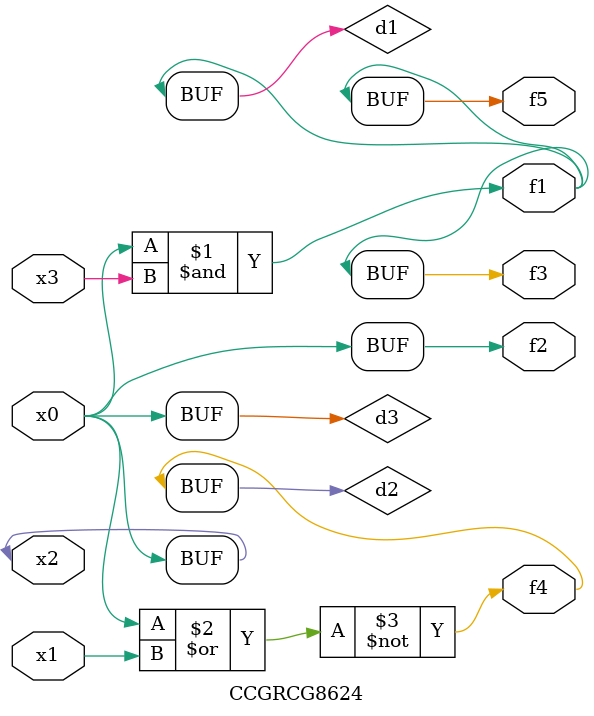
<source format=v>
module CCGRCG8624(
	input x0, x1, x2, x3,
	output f1, f2, f3, f4, f5
);

	wire d1, d2, d3;

	and (d1, x2, x3);
	nor (d2, x0, x1);
	buf (d3, x0, x2);
	assign f1 = d1;
	assign f2 = d3;
	assign f3 = d1;
	assign f4 = d2;
	assign f5 = d1;
endmodule

</source>
